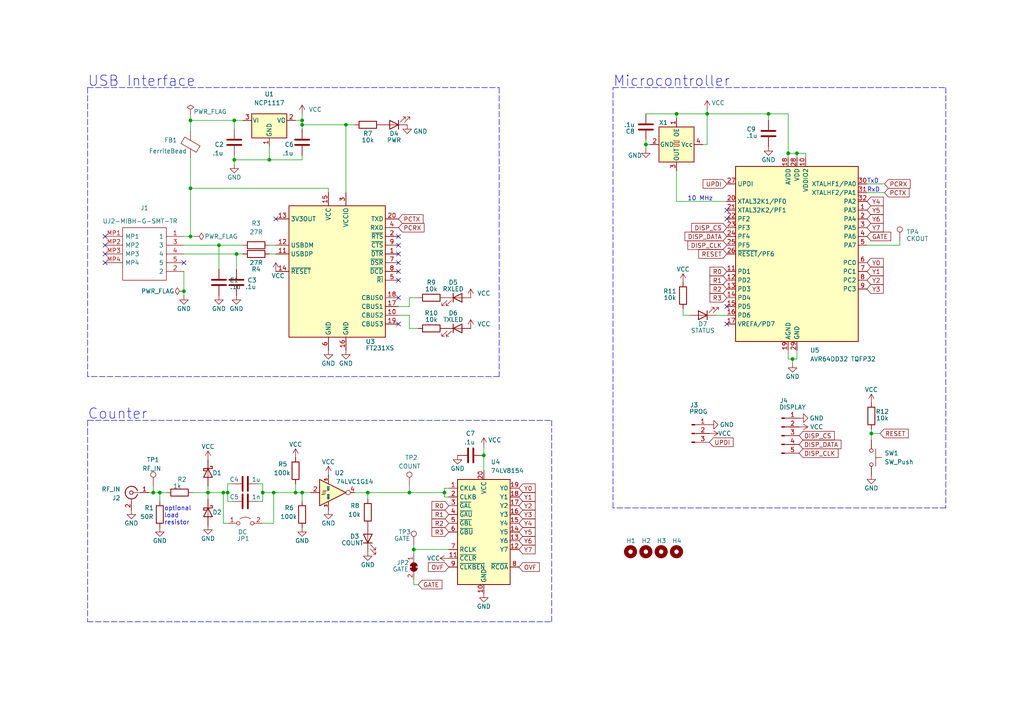
<source format=kicad_sch>
(kicad_sch (version 20211123) (generator eeschema)
  (paper "A4")
  (title_block (title "USB Counter") (date "2022-12-13") (rev "2.2") (company "Harden Technologies, LLC"))
  (lib_symbols
    (symbol "74xGxx:SN74LVC1G14DBV"
      (property "Reference" "U" (at -2.54 5.08 0))
      (property "Value" "SN74LVC1G14DBV" (at 10.16 5.08 0))
      (symbol "SN74LVC1G14DBV_0_1"
        (polyline (pts (xy -1.016 0.508) (xy -0.508 0.508)))
        (polyline (pts (xy -2.54 3.81) (xy -2.54 -3.81) (xy 5.08 0) (xy -2.54 3.81)) (stroke (width 0.254)) (fill (type background)))
        (polyline (pts (xy -1.524 -0.508) (xy -1.524 0.508) (xy -1.016 0.508) (xy -1.016 -0.508) (xy -2.032 -0.508)))
        (circle (center 5.715 0) (radius 0.635))
      )
      (symbol "SN74LVC1G14DBV_1_1"
        (pin no_connect line (at 5.08 0 180) (length 2.54) hide (name "NC") (number "1"))
        (pin input line (at -5.08 0 0) (length 2.54) (name "~") (number "2"))
        (pin power_in line (at 0 -5.08 90) (length 2.54) (name "GND") (number "3"))
        (pin output line (at 7.62 0 180) (length 1.27) (name "~") (number "4"))
        (pin power_in line (at 0 5.08 270) (length 2.54) (name "VCC") (number "5"))
      )
    )
    (symbol "74xx:74LV8154"
      (property "Reference" "U" (at -6.35 16.51 0))
      (property "Value" "74LV8154" (at 6.35 16.51 0))
      (symbol "74LV8154_0_1"
        (rectangle (start -7.62 15.24) (end 7.62 -15.24) (stroke (width 0.254)) (fill (type background)))
      )
      (symbol "74LV8154_1_1"
        (pin input line (at -10.16 12.7 0) (length 2.54) (name "CKLA") (number "1"))
        (pin power_in line (at 0 -17.78 90) (length 2.54) (name "GND") (number "10"))
        (pin input line (at -10.16 -7.62 0) (length 2.54) (name "~{CCLR}") (number "11"))
        (pin output line (at 10.16 -5.08 180) (length 2.54) (name "Y7") (number "12"))
        (pin output line (at 10.16 -2.54 180) (length 2.54) (name "Y6") (number "13"))
        (pin output line (at 10.16 0 180) (length 2.54) (name "Y5") (number "14"))
        (pin output line (at 10.16 2.54 180) (length 2.54) (name "Y4") (number "15"))
        (pin output line (at 10.16 5.08 180) (length 2.54) (name "Y3") (number "16"))
        (pin output line (at 10.16 7.62 180) (length 2.54) (name "Y2") (number "17"))
        (pin output line (at 10.16 10.16 180) (length 2.54) (name "Y1") (number "18"))
        (pin output line (at 10.16 12.7 180) (length 2.54) (name "Y0") (number "19"))
        (pin input line (at -10.16 10.16 0) (length 2.54) (name "CLKB") (number "2"))
        (pin power_in line (at 0 17.78 270) (length 2.54) (name "VCC") (number "20"))
        (pin input line (at -10.16 7.62 0) (length 2.54) (name "~{GAL}") (number "3"))
        (pin input line (at -10.16 5.08 0) (length 2.54) (name "~{GAU}") (number "4"))
        (pin input line (at -10.16 2.54 0) (length 2.54) (name "~{GBL}") (number "5"))
        (pin input line (at -10.16 0 0) (length 2.54) (name "~{GBU}") (number "6"))
        (pin input line (at -10.16 -5.08 0) (length 2.54) (name "RCLK") (number "7"))
        (pin output line (at 10.16 -10.16 180) (length 2.54) (name "~{RCOA}") (number "8"))
        (pin input line (at -10.16 -10.16 0) (length 2.54) (name "~{CLKBEN}") (number "9"))
      )
    )
    (symbol "Connector:Conn_01x03_Male" (pin_names (offset 1.016) hide)
      (property "Reference" "J" (at 0 5.08 0))
      (property "Value" "Conn_01x03_Male" (at 0 -5.08 0))
      (symbol "Conn_01x03_Male_1_1"
        (polyline (pts (xy 1.27 -2.54) (xy 0.8636 -2.54)) (stroke (width 0.1524)))
        (polyline (pts (xy 1.27 0) (xy 0.8636 0)) (stroke (width 0.1524)))
        (polyline (pts (xy 1.27 2.54) (xy 0.8636 2.54)) (stroke (width 0.1524)))
        (rectangle (start 0.8636 -2.413) (end 0 -2.667) (stroke (width 0.1524)) (fill (type outline)))
        (rectangle (start 0.8636 0.127) (end 0 -0.127) (stroke (width 0.1524)) (fill (type outline)))
        (rectangle (start 0.8636 2.667) (end 0 2.413) (stroke (width 0.1524)) (fill (type outline)))
        (pin passive line (at 5.08 2.54 180) (length 3.81) (name "Pin_1") (number "1"))
        (pin passive line (at 5.08 0 180) (length 3.81) (name "Pin_2") (number "2"))
        (pin passive line (at 5.08 -2.54 180) (length 3.81) (name "Pin_3") (number "3"))
      )
    )
    (symbol "Connector:Conn_01x05_Male" (pin_names (offset 1.016) hide)
      (property "Reference" "J" (at 0 7.62 0))
      (property "Value" "Conn_01x05_Male" (at 0 -7.62 0))
      (symbol "Conn_01x05_Male_1_1"
        (polyline (pts (xy 1.27 -5.08) (xy 0.8636 -5.08)) (stroke (width 0.1524)))
        (polyline (pts (xy 1.27 -2.54) (xy 0.8636 -2.54)) (stroke (width 0.1524)))
        (polyline (pts (xy 1.27 0) (xy 0.8636 0)) (stroke (width 0.1524)))
        (polyline (pts (xy 1.27 2.54) (xy 0.8636 2.54)) (stroke (width 0.1524)))
        (polyline (pts (xy 1.27 5.08) (xy 0.8636 5.08)) (stroke (width 0.1524)))
        (rectangle (start 0.8636 -4.953) (end 0 -5.207) (stroke (width 0.1524)) (fill (type outline)))
        (rectangle (start 0.8636 -2.413) (end 0 -2.667) (stroke (width 0.1524)) (fill (type outline)))
        (rectangle (start 0.8636 0.127) (end 0 -0.127) (stroke (width 0.1524)) (fill (type outline)))
        (rectangle (start 0.8636 2.667) (end 0 2.413) (stroke (width 0.1524)) (fill (type outline)))
        (rectangle (start 0.8636 5.207) (end 0 4.953) (stroke (width 0.1524)) (fill (type outline)))
        (pin passive line (at 5.08 5.08 180) (length 3.81) (name "Pin_1") (number "1"))
        (pin passive line (at 5.08 2.54 180) (length 3.81) (name "Pin_2") (number "2"))
        (pin passive line (at 5.08 0 180) (length 3.81) (name "Pin_3") (number "3"))
        (pin passive line (at 5.08 -2.54 180) (length 3.81) (name "Pin_4") (number "4"))
        (pin passive line (at 5.08 -5.08 180) (length 3.81) (name "Pin_5") (number "5"))
      )
    )
    (symbol "Connector:Conn_Coaxial" (pin_names (offset 1.016) hide)
      (property "Reference" "J" (at 0.254 3.048 0))
      (property "Value" "Conn_Coaxial" (at 2.921 0 90))
      (symbol "Conn_Coaxial_0_1"
        (arc (start -1.778 -0.508) (mid 0.2311 -1.8066) (end 1.778 0) (stroke (width 0.254)))
        (polyline (pts (xy -2.54 0) (xy -0.508 0)))
        (polyline (pts (xy 0 -2.54) (xy 0 -1.778)))
        (circle (center 0 0) (radius 0.508) (stroke (width 0.2032)))
        (arc (start 1.778 0) (mid 0.2099 1.8101) (end -1.778 0.508) (stroke (width 0.254)))
      )
      (symbol "Conn_Coaxial_1_1"
        (pin passive line (at -5.08 0 0) (length 2.54) (name "In") (number "1"))
        (pin passive line (at 0 -5.08 90) (length 2.54) (name "Ext") (number "2"))
      )
    )
    (symbol "Connector:TestPoint" (pin_numbers hide) (pin_names (offset 0.762) hide)
      (property "Reference" "TP" (at 0 6.858 0))
      (property "Value" "TestPoint" (at 0 5.08 0))
      (symbol "TestPoint_0_1"
        (circle (center 0 3.302) (radius 0.762))
      )
      (symbol "TestPoint_1_1"
        (pin passive line (at 0 0 90) (length 2.54) (name "1") (number "1"))
      )
    )
    (symbol "Device:C" (pin_numbers hide) (pin_names (offset 0.254))
      (property "Reference" "C" (at 0.635 2.54 0))
      (property "Value" "C" (at 0.635 -2.54 0))
      (symbol "C_0_1"
        (polyline (pts (xy -2.032 -0.762) (xy 2.032 -0.762)) (stroke (width 0.508)))
        (polyline (pts (xy -2.032 0.762) (xy 2.032 0.762)) (stroke (width 0.508)))
      )
      (symbol "C_1_1"
        (pin passive line (at 0 3.81 270) (length 2.794) (name "~") (number "1"))
        (pin passive line (at 0 -3.81 90) (length 2.794) (name "~") (number "2"))
      )
    )
    (symbol "Device:D_Schottky" (pin_numbers hide) (pin_names (offset 1.016) hide)
      (property "Reference" "D" (at 0 2.54 0))
      (property "Value" "D_Schottky" (at 0 -2.54 0))
      (symbol "D_Schottky_0_1"
        (polyline (pts (xy 1.27 0) (xy -1.27 0)))
        (polyline (pts (xy 1.27 1.27) (xy 1.27 -1.27) (xy -1.27 0) (xy 1.27 1.27)) (stroke (width 0.254)))
        (polyline (pts (xy -1.905 0.635) (xy -1.905 1.27) (xy -1.27 1.27) (xy -1.27 -1.27) (xy -0.635 -1.27) (xy -0.635 -0.635)) (stroke (width 0.254)))
      )
      (symbol "D_Schottky_1_1"
        (pin passive line (at -3.81 0 0) (length 2.54) (name "K") (number "1"))
        (pin passive line (at 3.81 0 180) (length 2.54) (name "A") (number "2"))
      )
    )
    (symbol "Device:FerriteBead" (pin_numbers hide) (pin_names (offset 0))
      (property "Reference" "FB" (at -3.81 0.635 90))
      (property "Value" "FerriteBead" (at 3.81 0 90))
      (symbol "FerriteBead_0_1"
        (polyline (pts (xy 0 -1.27) (xy 0 -1.2192)))
        (polyline (pts (xy 0 1.27) (xy 0 1.2954)))
        (polyline (pts (xy -2.7686 0.4064) (xy -1.7018 2.2606) (xy 2.7686 -0.3048) (xy 1.6764 -2.159) (xy -2.7686 0.4064)))
      )
      (symbol "FerriteBead_1_1"
        (pin passive line (at 0 3.81 270) (length 2.54) (name "~") (number "1"))
        (pin passive line (at 0 -3.81 90) (length 2.54) (name "~") (number "2"))
      )
    )
    (symbol "Device:LED" (pin_numbers hide) (pin_names (offset 1.016) hide)
      (property "Reference" "D" (at 0 2.54 0))
      (property "Value" "LED" (at 0 -2.54 0))
      (symbol "LED_0_1"
        (polyline (pts (xy -1.27 -1.27) (xy -1.27 1.27)) (stroke (width 0.254)))
        (polyline (pts (xy -1.27 0) (xy 1.27 0)))
        (polyline (pts (xy 1.27 -1.27) (xy 1.27 1.27) (xy -1.27 0) (xy 1.27 -1.27)) (stroke (width 0.254)))
        (polyline (pts (xy -3.048 -0.762) (xy -4.572 -2.286) (xy -3.81 -2.286) (xy -4.572 -2.286) (xy -4.572 -1.524)))
        (polyline (pts (xy -1.778 -0.762) (xy -3.302 -2.286) (xy -2.54 -2.286) (xy -3.302 -2.286) (xy -3.302 -1.524)))
      )
      (symbol "LED_1_1"
        (pin passive line (at -3.81 0 0) (length 2.54) (name "K") (number "1"))
        (pin passive line (at 3.81 0 180) (length 2.54) (name "A") (number "2"))
      )
    )
    (symbol "Device:R" (pin_numbers hide) (pin_names (offset 0))
      (property "Reference" "R" (at 2.032 0 90))
      (property "Value" "R" (at 0 0 90))
      (symbol "R_0_1"
        (rectangle (start -1.016 -2.54) (end 1.016 2.54) (stroke (width 0.254)))
      )
      (symbol "R_1_1"
        (pin passive line (at 0 3.81 270) (length 1.27) (name "~") (number "1"))
        (pin passive line (at 0 -3.81 90) (length 1.27) (name "~") (number "2"))
      )
    )
    (symbol "Interface_USB:FT231XS"
      (property "Reference" "U" (at -13.97 20.32 0))
      (property "Value" "FT231XS" (at 7.62 20.32 0))
      (symbol "FT231XS_0_1"
        (rectangle (start -13.97 19.05) (end 13.97 -19.05) (stroke (width 0.254)) (fill (type background)))
      )
      (symbol "FT231XS_1_1"
        (pin output line (at 17.78 5.08 180) (length 3.81) (name "~{DTR}") (number "1"))
        (pin bidirectional line (at 17.78 -12.7 180) (length 3.81) (name "CBUS2") (number "10"))
        (pin bidirectional line (at -17.78 5.08 0) (length 3.81) (name "USBDP") (number "11"))
        (pin bidirectional line (at -17.78 7.62 0) (length 3.81) (name "USBDM") (number "12"))
        (pin power_out line (at -17.78 15.24 0) (length 3.81) (name "3V3OUT") (number "13"))
        (pin input line (at -17.78 0 0) (length 3.81) (name "~{RESET}") (number "14"))
        (pin power_in line (at -2.54 22.86 270) (length 3.81) (name "VCC") (number "15"))
        (pin power_in line (at 2.54 -22.86 90) (length 3.81) (name "GND") (number "16"))
        (pin bidirectional line (at 17.78 -10.16 180) (length 3.81) (name "CBUS1") (number "17"))
        (pin bidirectional line (at 17.78 -7.62 180) (length 3.81) (name "CBUS0") (number "18"))
        (pin bidirectional line (at 17.78 -15.24 180) (length 3.81) (name "CBUS3") (number "19"))
        (pin output line (at 17.78 10.16 180) (length 3.81) (name "~{RTS}") (number "2"))
        (pin output line (at 17.78 15.24 180) (length 3.81) (name "TXD") (number "20"))
        (pin power_in line (at 2.54 22.86 270) (length 3.81) (name "VCCIO") (number "3"))
        (pin input line (at 17.78 12.7 180) (length 3.81) (name "RXD") (number "4"))
        (pin input line (at 17.78 -2.54 180) (length 3.81) (name "~{RI}") (number "5"))
        (pin power_in line (at -2.54 -22.86 90) (length 3.81) (name "GND") (number "6"))
        (pin input line (at 17.78 2.54 180) (length 3.81) (name "~{DSR}") (number "7"))
        (pin input line (at 17.78 0 180) (length 3.81) (name "~{DCD}") (number "8"))
        (pin input line (at 17.78 7.62 180) (length 3.81) (name "~{CTS}") (number "9"))
      )
    )
    (symbol "Jumper:Jumper_2_Open" (pin_names (offset 0) hide)
      (property "Reference" "JP" (at 0 2.794 0))
      (property "Value" "Jumper_2_Open" (at 0 -2.286 0))
      (symbol "Jumper_2_Open_0_0"
        (circle (center -2.032 0) (radius 0.508))
        (circle (center 2.032 0) (radius 0.508))
      )
      (symbol "Jumper_2_Open_0_1"
        (arc (start 1.524 1.27) (mid 0 1.778) (end -1.524 1.27))
      )
      (symbol "Jumper_2_Open_1_1"
        (pin passive line (at -5.08 0 0) (length 2.54) (name "A") (number "1"))
        (pin passive line (at 5.08 0 180) (length 2.54) (name "B") (number "2"))
      )
    )
    (symbol "Jumper:SolderJumper_2_Bridged" (pin_names (offset 0) hide)
      (property "Reference" "JP" (at 0 2.032 0))
      (property "Value" "SolderJumper_2_Bridged" (at 0 -2.54 0))
      (symbol "SolderJumper_2_Bridged_0_1"
        (rectangle (start -0.508 0.508) (end 0.508 -0.508) (fill (type outline)))
        (arc (start -0.254 1.016) (mid -1.27 0) (end -0.254 -1.016))
        (arc (start -0.254 1.016) (mid -1.27 0) (end -0.254 -1.016) (fill (type outline)))
        (polyline (pts (xy -0.254 1.016) (xy -0.254 -1.016)))
        (polyline (pts (xy 0.254 1.016) (xy 0.254 -1.016)))
        (arc (start 0.254 -1.016) (mid 1.27 0) (end 0.254 1.016))
        (arc (start 0.254 -1.016) (mid 1.27 0) (end 0.254 1.016) (fill (type outline)))
      )
      (symbol "SolderJumper_2_Bridged_1_1"
        (pin passive line (at -3.81 0 0) (length 2.54) (name "A") (number "1"))
        (pin passive line (at 3.81 0 180) (length 2.54) (name "B") (number "2"))
      )
    )
    (symbol "Library Loader:UJ2-MIBH-G-SMT-TR" (pin_names (offset 0.762))
      (property "Reference" "J" (at 19.05 7.62 0))
      (property "Value" "UJ2-MIBH-G-SMT-TR" (at 19.05 5.08 0))
      (symbol "UJ2-MIBH-G-SMT-TR_0_0"
        (pin passive line (at 22.86 0 180) (length 5.08) (name "1") (number "1"))
        (pin passive line (at 22.86 -10.16 180) (length 5.08) (name "2") (number "2"))
        (pin passive line (at 22.86 -2.54 180) (length 5.08) (name "3") (number "3"))
        (pin passive line (at 22.86 -5.08 180) (length 5.08) (name "4") (number "4"))
        (pin passive line (at 22.86 -7.62 180) (length 5.08) (name "5") (number "5"))
        (pin passive line (at 0 0 0) (length 5.08) (name "MP1") (number "MP1"))
        (pin passive line (at 0 -2.54 0) (length 5.08) (name "MP2") (number "MP2"))
        (pin passive line (at 0 -5.08 0) (length 5.08) (name "MP3") (number "MP3"))
        (pin passive line (at 0 -7.62 0) (length 5.08) (name "MP4") (number "MP4"))
      )
      (symbol "UJ2-MIBH-G-SMT-TR_0_1"
        (polyline (pts (xy 5.08 2.54) (xy 17.78 2.54) (xy 17.78 -12.7) (xy 5.08 -12.7) (xy 5.08 2.54)) (stroke (width 0.1524)))
      )
    )
    (symbol "MCU_Microchip_AVR_Dx:AVR64DB32x-xPT"
      (property "Reference" "U" (at -17.78 26.67 0))
      (property "Value" "AVR64DB32x-xPT" (at 2.54 -26.67 0))
      (symbol "AVR64DB32x-xPT_0_1"
        (rectangle (start -17.78 25.4) (end 17.78 -25.4) (stroke (width 0.254)) (fill (type background)))
      )
      (symbol "AVR64DB32x-xPT_1_1"
        (pin bidirectional line (at 20.32 12.7 180) (length 2.54) (name "PA3") (number "1"))
        (pin power_in line (at 2.54 27.94 270) (length 2.54) (name "VDDIO2") (number "10"))
        (pin bidirectional line (at -20.32 -5.08 0) (length 2.54) (name "PD1") (number "11"))
        (pin bidirectional line (at -20.32 -7.62 0) (length 2.54) (name "PD2") (number "12"))
        (pin bidirectional line (at -20.32 -10.16 0) (length 2.54) (name "PD3") (number "13"))
        (pin bidirectional line (at -20.32 -12.7 0) (length 2.54) (name "PD4") (number "14"))
        (pin bidirectional line (at -20.32 -15.24 0) (length 2.54) (name "PD5") (number "15"))
        (pin bidirectional line (at -20.32 -17.78 0) (length 2.54) (name "PD6") (number "16"))
        (pin bidirectional line (at -20.32 -20.32 0) (length 2.54) (name "VREFA/PD7") (number "17"))
        (pin power_in line (at -2.54 27.94 270) (length 2.54) (name "AVDD") (number "18"))
        (pin power_in line (at -2.54 -27.94 90) (length 2.54) (name "AGND") (number "19"))
        (pin bidirectional line (at 20.32 10.16 180) (length 2.54) (name "PA4") (number "2"))
        (pin bidirectional line (at -20.32 15.24 0) (length 2.54) (name "XTAL32K1/PF0") (number "20"))
        (pin bidirectional line (at -20.32 12.7 0) (length 2.54) (name "XTAL32K2/PF1") (number "21"))
        (pin bidirectional line (at -20.32 10.16 0) (length 2.54) (name "PF2") (number "22"))
        (pin bidirectional line (at -20.32 7.62 0) (length 2.54) (name "PF3") (number "23"))
        (pin bidirectional line (at -20.32 5.08 0) (length 2.54) (name "PF4") (number "24"))
        (pin bidirectional line (at -20.32 2.54 0) (length 2.54) (name "PF5") (number "25"))
        (pin bidirectional line (at -20.32 0 0) (length 2.54) (name "~{RESET}/PF6") (number "26"))
        (pin input line (at -20.32 20.32 0) (length 2.54) (name "UPDI") (number "27"))
        (pin power_in line (at 0 27.94 270) (length 2.54) (name "VDD") (number "28"))
        (pin power_in line (at 0 -27.94 90) (length 2.54) (name "GND") (number "29"))
        (pin bidirectional line (at 20.32 7.62 180) (length 2.54) (name "PA5") (number "3"))
        (pin bidirectional line (at 20.32 20.32 180) (length 2.54) (name "XTALHF1/PA0") (number "30"))
        (pin bidirectional line (at 20.32 17.78 180) (length 2.54) (name "XTALHF2/PA1") (number "31"))
        (pin bidirectional line (at 20.32 15.24 180) (length 2.54) (name "PA2") (number "32"))
        (pin bidirectional line (at 20.32 5.08 180) (length 2.54) (name "PA6") (number "4"))
        (pin bidirectional line (at 20.32 2.54 180) (length 2.54) (name "PA7") (number "5"))
        (pin bidirectional line (at 20.32 -2.54 180) (length 2.54) (name "PC0") (number "6"))
        (pin bidirectional line (at 20.32 -5.08 180) (length 2.54) (name "PC1") (number "7"))
        (pin bidirectional line (at 20.32 -7.62 180) (length 2.54) (name "PC2") (number "8"))
        (pin bidirectional line (at 20.32 -10.16 180) (length 2.54) (name "PC3") (number "9"))
      )
    )
    (symbol "Mechanical:MountingHole" (pin_names (offset 1.016))
      (property "Reference" "H" (at 0 5.08 0))
      (property "Value" "MountingHole" (at 0 3.175 0))
      (symbol "MountingHole_0_1"
        (circle (center 0 0) (radius 1.27) (stroke (width 1.27)))
      )
    )
    (symbol "Oscillator:SG-8002CE" (pin_names (offset 0.254))
      (property "Reference" "X" (at -5.08 6.35 0))
      (property "Value" "SG-8002CE" (at 1.27 -6.35 0))
      (symbol "SG-8002CE_0_1"
        (rectangle (start -5.08 5.08) (end 5.08 -5.08) (stroke (width 0.254)) (fill (type background)))
        (polyline (pts (xy -1.27 -0.762) (xy -1.016 -0.762) (xy -1.016 0.762) (xy -0.508 0.762) (xy -0.508 -0.762) (xy 0 -0.762) (xy 0 0.762) (xy 0.508 0.762) (xy 0.508 -0.762) (xy 0.762 -0.762)))
      )
      (symbol "SG-8002CE_1_1"
        (pin input line (at -7.62 0 0) (length 2.54) (name "OE") (number "1"))
        (pin power_in line (at 0 -7.62 90) (length 2.54) (name "GND") (number "2"))
        (pin output line (at 7.62 0 180) (length 2.54) (name "OUT") (number "3"))
        (pin power_in line (at 0 7.62 270) (length 2.54) (name "Vcc") (number "4"))
      )
    )
    (symbol "Regulator_Linear:NCP1117-3.3_SOT223" (pin_names (offset 0.254))
      (property "Reference" "U" (at -3.81 3.175 0))
      (property "Value" "NCP1117-3.3_SOT223" (at 0 3.175 0))
      (symbol "NCP1117-3.3_SOT223_0_1"
        (rectangle (start -5.08 -5.08) (end 5.08 1.905) (stroke (width 0.254)) (fill (type background)))
      )
      (symbol "NCP1117-3.3_SOT223_1_1"
        (pin power_in line (at 0 -7.62 90) (length 2.54) (name "GND") (number "1"))
        (pin power_out line (at 7.62 0 180) (length 2.54) (name "VO") (number "2"))
        (pin power_in line (at -7.62 0 0) (length 2.54) (name "VI") (number "3"))
      )
    )
    (symbol "Switch:SW_Push" (pin_numbers hide) (pin_names (offset 1.016) hide)
      (property "Reference" "SW" (at 1.27 2.54 0))
      (property "Value" "SW_Push" (at 0 -1.524 0))
      (symbol "SW_Push_0_1"
        (circle (center -2.032 0) (radius 0.508))
        (polyline (pts (xy 0 1.27) (xy 0 3.048)))
        (polyline (pts (xy 2.54 1.27) (xy -2.54 1.27)))
        (circle (center 2.032 0) (radius 0.508))
        (pin passive line (at -5.08 0 0) (length 2.54) (name "1") (number "1"))
        (pin passive line (at 5.08 0 180) (length 2.54) (name "2") (number "2"))
      )
    )
    (symbol "power:GND" (power) (pin_names (offset 0))
      (property "Value" "GND" (at 0 -3.81 0))
      (symbol "GND_0_1"
        (polyline (pts (xy 0 0) (xy 0 -1.27) (xy 1.27 -1.27) (xy 0 -2.54) (xy -1.27 -1.27) (xy 0 -1.27)))
      )
      (symbol "GND_1_1"
        (pin power_in line (at 0 0 270) (length 0) hide (name "GND") (number "1"))
      )
    )
    (symbol "power:PWR_FLAG" (power) (pin_numbers hide) (pin_names (offset 0) hide)
      (property "Value" "PWR_FLAG" (at 0 3.81 0))
      (symbol "PWR_FLAG_0_0"
        (pin power_out line (at 0 0 90) (length 0) (name "pwr") (number "1"))
      )
      (symbol "PWR_FLAG_0_1"
        (polyline (pts (xy 0 0) (xy 0 1.27) (xy -1.016 1.905) (xy 0 2.54) (xy 1.016 1.905) (xy 0 1.27)))
      )
    )
    (symbol "power:VCC" (power) (pin_names (offset 0))
      (property "Value" "VCC" (at 0 3.81 0))
      (symbol "VCC_0_1"
        (polyline (pts (xy -0.762 1.27) (xy 0 2.54)))
        (polyline (pts (xy 0 0) (xy 0 2.54)))
        (polyline (pts (xy 0 2.54) (xy 0.762 1.27)))
      )
      (symbol "VCC_1_1"
        (pin power_in line (at 0 0 90) (length 0) hide (name "VCC") (number "1"))
      )
    )
  )
  (junction (at 64.77 142.875))
  (junction (at 118.745 142.875))
  (junction (at 231.14 44.45))
  (junction (at 120.015 159.385))
  (junction (at 63.5 71.12))
  (junction (at 85.725 142.875))
  (junction (at 87.63 36.195))
  (junction (at 60.325 142.875))
  (junction (at 79.375 142.875))
  (junction (at 68.58 73.66))
  (junction (at 55.245 68.58))
  (junction (at 87.63 34.925))
  (junction (at 100.33 36.195))
  (junction (at 76.2 142.875))
  (junction (at 66.04 142.875))
  (junction (at 228.6 44.45))
  (junction (at 87.63 142.875))
  (junction (at 187.325 41.91))
  (junction (at 140.335 132.08))
  (junction (at 53.34 84.455))
  (junction (at 196.215 33.02))
  (junction (at 205.105 33.02))
  (junction (at 252.73 125.73))
  (junction (at 128.905 142.875))
  (junction (at 55.245 34.925))
  (junction (at 67.945 46.355))
  (junction (at 46.355 142.875))
  (junction (at 44.45 142.875))
  (junction (at 78.105 46.355))
  (junction (at 222.885 33.02))
  (junction (at 229.87 104.14))
  (junction (at 55.245 54.61))
  (junction (at 67.945 34.925))
  (junction (at 106.68 142.875))
  (no_connect (at 30.48 76.2))
  (no_connect (at 115.57 78.74))
  (no_connect (at 30.48 73.66))
  (no_connect (at 210.82 93.98))
  (no_connect (at 115.57 76.2))
  (no_connect (at 210.82 63.5))
  (no_connect (at 115.57 73.66))
  (no_connect (at 80.01 63.5))
  (no_connect (at 115.57 93.98))
  (no_connect (at 30.48 68.58))
  (no_connect (at 210.82 60.96))
  (no_connect (at 115.57 86.36))
  (no_connect (at 115.57 68.58))
  (no_connect (at 53.34 76.2))
  (no_connect (at 115.57 81.28))
  (no_connect (at 210.82 88.9))
  (no_connect (at 30.48 71.12))
  (no_connect (at 115.57 71.12))
  (polyline (pts (xy 208.28 25.4) (xy 274.32 25.4)))
  (wire (pts (xy 118.745 142.875) (xy 128.905 142.875)))
  (wire (pts (xy 68.58 73.66) (xy 70.485 73.66)))
  (wire (pts (xy 43.18 142.875) (xy 44.45 142.875)))
  (wire (pts (xy 252.73 125.73) (xy 255.27 125.73)))
  (wire (pts (xy 140.335 129.54) (xy 140.335 132.08)))
  (wire (pts (xy 55.245 68.58) (xy 56.515 68.58)))
  (wire (pts (xy 118.745 140.97) (xy 118.745 142.875)))
  (wire (pts (xy 128.905 142.875) (xy 128.905 144.145)))
  (wire (pts (xy 78.105 46.355) (xy 87.63 46.355)))
  (wire (pts (xy 231.14 44.45) (xy 231.14 45.72)))
  (wire (pts (xy 76.2 142.875) (xy 76.2 145.415)))
  (wire (pts (xy 66.04 145.415) (xy 66.04 142.875)))
  (wire (pts (xy 120.015 158.115) (xy 120.015 159.385)))
  (wire (pts (xy 67.945 46.355) (xy 67.945 47.625)))
  (wire (pts (xy 229.87 104.14) (xy 229.87 105.41)))
  (wire (pts (xy 85.725 142.875) (xy 87.63 142.875)))
  (wire (pts (xy 228.6 101.6) (xy 228.6 104.14)))
  (wire (pts (xy 118.745 91.44) (xy 118.745 95.25)))
  (wire (pts (xy 63.5 78.105) (xy 63.5 71.12)))
  (wire (pts (xy 66.04 142.875) (xy 66.04 140.335)))
  (wire (pts (xy 120.015 159.385) (xy 130.175 159.385)))
  (wire (pts (xy 128.905 144.145) (xy 130.175 144.145)))
  (wire (pts (xy 228.6 44.45) (xy 231.14 44.45)))
  (wire (pts (xy 87.63 36.195) (xy 87.63 34.925)))
  (wire (pts (xy 228.6 33.02) (xy 228.6 44.45)))
  (wire (pts (xy 100.33 36.195) (xy 87.63 36.195)))
  (wire (pts (xy 222.885 33.02) (xy 222.885 34.925)))
  (wire (pts (xy 205.105 33.02) (xy 205.105 41.91)))
  (wire (pts (xy 120.015 168.275) (xy 120.015 169.545)))
  (wire (pts (xy 130.175 141.605) (xy 128.905 141.605)))
  (wire (pts (xy 187.325 41.91) (xy 187.325 43.18)))
  (polyline (pts (xy 25.4 121.92) (xy 25.4 124.46)))
  (wire (pts (xy 46.355 142.875) (xy 46.355 145.415)))
  (wire (pts (xy 251.46 55.88) (xy 256.54 55.88)))
  (wire (pts (xy 76.2 151.765) (xy 79.375 151.765)))
  (wire (pts (xy 207.645 91.44) (xy 210.82 91.44)))
  (wire (pts (xy 196.215 49.53) (xy 196.215 58.42)))
  (wire (pts (xy 67.945 34.925) (xy 70.485 34.925)))
  (wire (pts (xy 76.2 140.335) (xy 76.2 142.875)))
  (wire (pts (xy 87.63 142.875) (xy 90.17 142.875)))
  (wire (pts (xy 106.68 142.875) (xy 118.745 142.875)))
  (wire (pts (xy 68.58 73.66) (xy 68.58 78.105)))
  (wire (pts (xy 87.63 33.02) (xy 87.63 34.925)))
  (polyline (pts (xy 274.32 147.32) (xy 177.8 147.32)))
  (wire (pts (xy 229.87 104.14) (xy 231.14 104.14)))
  (wire (pts (xy 198.12 91.44) (xy 200.025 91.44)))
  (wire (pts (xy 120.015 169.545) (xy 121.285 169.545)))
  (wire (pts (xy 231.14 44.45) (xy 233.68 44.45)))
  (wire (pts (xy 205.105 33.02) (xy 196.215 33.02)))
  (wire (pts (xy 46.355 142.875) (xy 48.26 142.875)))
  (polyline (pts (xy 144.78 25.4) (xy 144.78 109.22)))
  (polyline (pts (xy 144.78 25.4) (xy 144.78 25.4)))
  (wire (pts (xy 187.325 40.64) (xy 187.325 41.91)))
  (wire (pts (xy 64.77 142.875) (xy 66.04 142.875)))
  (wire (pts (xy 87.63 46.355) (xy 87.63 45.085)))
  (wire (pts (xy 102.87 142.875) (xy 106.68 142.875)))
  (wire (pts (xy 66.04 140.335) (xy 67.31 140.335)))
  (wire (pts (xy 78.105 42.545) (xy 78.105 46.355)))
  (wire (pts (xy 233.68 44.45) (xy 233.68 45.72)))
  (polyline (pts (xy 25.4 121.92) (xy 160.02 121.92)))
  (wire (pts (xy 64.77 142.875) (xy 64.77 151.765)))
  (wire (pts (xy 55.245 34.925) (xy 67.945 34.925)))
  (wire (pts (xy 87.63 34.925) (xy 85.725 34.925)))
  (wire (pts (xy 67.945 45.085) (xy 67.945 46.355)))
  (polyline (pts (xy 177.8 147.32) (xy 177.8 25.4)))
  (wire (pts (xy 251.46 53.34) (xy 256.54 53.34)))
  (wire (pts (xy 100.33 36.195) (xy 100.33 55.88)))
  (wire (pts (xy 76.2 142.875) (xy 79.375 142.875)))
  (wire (pts (xy 60.325 140.97) (xy 60.325 142.875)))
  (wire (pts (xy 260.985 69.85) (xy 260.985 71.12)))
  (wire (pts (xy 67.31 145.415) (xy 66.04 145.415)))
  (wire (pts (xy 222.885 33.02) (xy 228.6 33.02)))
  (wire (pts (xy 196.215 58.42) (xy 210.82 58.42)))
  (wire (pts (xy 85.725 140.335) (xy 85.725 142.875)))
  (polyline (pts (xy 25.4 25.4) (xy 144.78 25.4)))
  (wire (pts (xy 55.245 45.72) (xy 55.245 54.61)))
  (polyline (pts (xy 25.4 124.46) (xy 25.4 180.34)))
  (wire (pts (xy 53.34 73.66) (xy 68.58 73.66)))
  (wire (pts (xy 252.73 125.73) (xy 252.73 127.635)))
  (wire (pts (xy 260.985 71.12) (xy 251.46 71.12)))
  (polyline (pts (xy 144.78 25.4) (xy 144.78 25.4)))
  (wire (pts (xy 196.215 34.29) (xy 196.215 33.02)))
  (wire (pts (xy 53.34 84.455) (xy 53.34 85.725)))
  (wire (pts (xy 121.285 86.36) (xy 118.745 86.36)))
  (wire (pts (xy 120.015 159.385) (xy 120.015 160.655)))
  (polyline (pts (xy 160.02 180.34) (xy 160.02 124.46)))
  (wire (pts (xy 55.245 54.61) (xy 95.25 54.61)))
  (wire (pts (xy 187.325 33.02) (xy 196.215 33.02)))
  (wire (pts (xy 53.34 68.58) (xy 55.245 68.58)))
  (polyline (pts (xy 274.32 25.4) (xy 274.32 147.32)))
  (wire (pts (xy 106.68 142.875) (xy 106.68 144.78)))
  (wire (pts (xy 95.25 54.61) (xy 95.25 55.88)))
  (wire (pts (xy 55.245 33.02) (xy 55.245 34.925)))
  (wire (pts (xy 60.325 142.875) (xy 60.325 144.78)))
  (polyline (pts (xy 25.4 180.34) (xy 160.02 180.34)))
  (wire (pts (xy 55.88 142.875) (xy 60.325 142.875)))
  (wire (pts (xy 63.5 71.12) (xy 70.485 71.12)))
  (wire (pts (xy 76.2 145.415) (xy 74.93 145.415)))
  (wire (pts (xy 140.335 132.08) (xy 140.335 136.525)))
  (wire (pts (xy 53.34 71.12) (xy 63.5 71.12)))
  (wire (pts (xy 115.57 91.44) (xy 118.745 91.44)))
  (wire (pts (xy 87.63 37.465) (xy 87.63 36.195)))
  (wire (pts (xy 79.375 151.765) (xy 79.375 142.875)))
  (wire (pts (xy 118.745 95.25) (xy 121.285 95.25)))
  (wire (pts (xy 228.6 104.14) (xy 229.87 104.14)))
  (wire (pts (xy 100.33 36.195) (xy 102.87 36.195)))
  (wire (pts (xy 78.105 71.12) (xy 80.01 71.12)))
  (wire (pts (xy 53.34 78.74) (xy 53.34 84.455)))
  (polyline (pts (xy 25.4 25.4) (xy 25.4 25.4)))
  (wire (pts (xy 67.945 34.925) (xy 67.945 37.465)))
  (wire (pts (xy 198.12 89.535) (xy 198.12 91.44)))
  (wire (pts (xy 78.105 73.66) (xy 80.01 73.66)))
  (wire (pts (xy 67.945 46.355) (xy 78.105 46.355)))
  (wire (pts (xy 118.745 86.36) (xy 118.745 88.9)))
  (polyline (pts (xy 25.4 25.4) (xy 25.4 109.22)))
  (wire (pts (xy 187.325 41.91) (xy 188.595 41.91)))
  (polyline (pts (xy 177.8 25.4) (xy 208.28 25.4)))
  (wire (pts (xy 79.375 142.875) (xy 85.725 142.875)))
  (wire (pts (xy 44.45 142.875) (xy 46.355 142.875)))
  (wire (pts (xy 203.835 41.91) (xy 205.105 41.91)))
  (wire (pts (xy 55.245 54.61) (xy 55.245 68.58)))
  (wire (pts (xy 205.105 33.02) (xy 222.885 33.02)))
  (wire (pts (xy 64.77 151.765) (xy 66.04 151.765)))
  (wire (pts (xy 44.45 140.97) (xy 44.45 142.875)))
  (wire (pts (xy 252.73 124.46) (xy 252.73 125.73)))
  (wire (pts (xy 205.105 31.75) (xy 205.105 33.02)))
  (polyline (pts (xy 160.02 121.92) (xy 160.02 124.46)))
  (wire (pts (xy 87.63 142.875) (xy 87.63 145.415)))
  (wire (pts (xy 60.325 142.875) (xy 64.77 142.875)))
  (wire (pts (xy 128.905 141.605) (xy 128.905 142.875)))
  (wire (pts (xy 231.14 104.14) (xy 231.14 101.6)))
  (wire (pts (xy 118.745 88.9) (xy 115.57 88.9)))
  (polyline (pts (xy 144.78 109.22) (xy 25.4 109.22)))
  (wire (pts (xy 74.93 140.335) (xy 76.2 140.335)))
  (wire (pts (xy 228.6 45.72) (xy 228.6 44.45)))
  (wire (pts (xy 55.245 38.1) (xy 55.245 34.925)))
  (text "USB Interface" (at 25.4 25.4 0) (effects (font (size 3 3)) (justify left bottom)))
  (text "TxD" (at 251.46 53.34 0) (effects (font (size 1.27 1.27)) (justify left bottom)))
  (text "10 MHz" (at 199.39 58.42 0) (effects (font (size 1.27 1.27)) (justify left bottom)))
  (text "Microcontroller" (at 177.8 25.4 0) (effects (font (size 3 3)) (justify left bottom)))
  (text "RxD" (at 251.46 55.88 0) (effects (font (size 1.27 1.27)) (justify left bottom)))
  (text "Counter" (at 25.4 121.92 0) (effects (font (size 3 3)) (justify left bottom)))
  (text "optional\nload\nresistor" (at 47.625 152.4 0) (effects (font (size 1.27 1.27)) (justify left bottom)))
  (global_label "Y0" (shape input) (at 150.495 141.605 0) (property "Intersheet References" "${INTERSHEET_REFS}" (effects hide)))
  (global_label "DISP_DATA" (shape input) (at 210.82 68.58 180) (property "Intersheet References" "${INTERSHEET_REFS}" (effects hide)))
  (global_label "R2" (shape input) (at 130.175 151.765 180) (property "Intersheet References" "${INTERSHEET_REFS}" (effects hide)))
  (global_label "GATE" (shape input) (at 251.46 68.58 0) (property "Intersheet References" "${INTERSHEET_REFS}" (effects hide)))
  (global_label "R0" (shape input) (at 130.175 146.685 180) (property "Intersheet References" "${INTERSHEET_REFS}" (effects hide)))
  (global_label "GATE" (shape input) (at 121.285 169.545 0) (property "Intersheet References" "${INTERSHEET_REFS}" (effects hide)))
  (global_label "R2" (shape input) (at 210.82 83.82 180) (property "Intersheet References" "${INTERSHEET_REFS}" (effects hide)))
  (global_label "R1" (shape input) (at 130.175 149.225 180) (property "Intersheet References" "${INTERSHEET_REFS}" (effects hide)))
  (global_label "UPDI" (shape input) (at 205.74 128.27 0) (property "Intersheet References" "${INTERSHEET_REFS}" (effects hide)))
  (global_label "DISP_CLK" (shape input) (at 231.775 131.445 0) (property "Intersheet References" "${INTERSHEET_REFS}" (effects hide)))
  (global_label "Y3" (shape input) (at 251.46 83.82 0) (property "Intersheet References" "${INTERSHEET_REFS}" (effects hide)))
  (global_label "Y6" (shape input) (at 150.495 156.845 0) (property "Intersheet References" "${INTERSHEET_REFS}" (effects hide)))
  (global_label "Y1" (shape input) (at 150.495 144.145 0) (property "Intersheet References" "${INTERSHEET_REFS}" (effects hide)))
  (global_label "Y5" (shape input) (at 150.495 154.305 0) (property "Intersheet References" "${INTERSHEET_REFS}" (effects hide)))
  (global_label "UPDI" (shape input) (at 210.82 53.34 180) (property "Intersheet References" "${INTERSHEET_REFS}" (effects hide)))
  (global_label "R3" (shape input) (at 130.175 154.305 180) (property "Intersheet References" "${INTERSHEET_REFS}" (effects hide)))
  (global_label "OVF" (shape input) (at 130.175 164.465 180) (property "Intersheet References" "${INTERSHEET_REFS}" (effects hide)))
  (global_label "PCRX" (shape input) (at 115.57 66.04 0) (property "Intersheet References" "${INTERSHEET_REFS}" (effects hide)))
  (global_label "Y6" (shape input) (at 251.46 63.5 0) (property "Intersheet References" "${INTERSHEET_REFS}" (effects hide)))
  (global_label "PCRX" (shape input) (at 256.54 53.34 0) (property "Intersheet References" "${INTERSHEET_REFS}" (effects hide)))
  (global_label "DISP_CLK" (shape input) (at 210.82 71.12 180) (property "Intersheet References" "${INTERSHEET_REFS}" (effects hide)))
  (global_label "Y0" (shape input) (at 251.46 76.2 0) (property "Intersheet References" "${INTERSHEET_REFS}" (effects hide)))
  (global_label "OVF" (shape input) (at 150.495 164.465 0) (property "Intersheet References" "${INTERSHEET_REFS}" (effects hide)))
  (global_label "RESET" (shape input) (at 255.27 125.73 0) (property "Intersheet References" "${INTERSHEET_REFS}" (effects hide)))
  (global_label "Y2" (shape input) (at 150.495 146.685 0) (property "Intersheet References" "${INTERSHEET_REFS}" (effects hide)))
  (global_label "PCTX" (shape input) (at 256.54 55.88 0) (property "Intersheet References" "${INTERSHEET_REFS}" (effects hide)))
  (global_label "RESET" (shape input) (at 210.82 73.66 180) (property "Intersheet References" "${INTERSHEET_REFS}" (effects hide)))
  (global_label "DISP_CS" (shape input) (at 210.82 66.04 180) (property "Intersheet References" "${INTERSHEET_REFS}" (effects hide)))
  (global_label "Y2" (shape input) (at 251.46 81.28 0) (property "Intersheet References" "${INTERSHEET_REFS}" (effects hide)))
  (global_label "Y7" (shape input) (at 251.46 66.04 0) (property "Intersheet References" "${INTERSHEET_REFS}" (effects hide)))
  (global_label "R0" (shape input) (at 210.82 78.74 180) (property "Intersheet References" "${INTERSHEET_REFS}" (effects hide)))
  (global_label "DISP_CS" (shape input) (at 231.775 126.365 0) (property "Intersheet References" "${INTERSHEET_REFS}" (effects hide)))
  (global_label "Y4" (shape input) (at 251.46 58.42 0) (property "Intersheet References" "${INTERSHEET_REFS}" (effects hide)))
  (global_label "Y1" (shape input) (at 251.46 78.74 0) (property "Intersheet References" "${INTERSHEET_REFS}" (effects hide)))
  (global_label "Y7" (shape input) (at 150.495 159.385 0) (property "Intersheet References" "${INTERSHEET_REFS}" (effects hide)))
  (global_label "Y5" (shape input) (at 251.46 60.96 0) (property "Intersheet References" "${INTERSHEET_REFS}" (effects hide)))
  (global_label "Y4" (shape input) (at 150.495 151.765 0) (property "Intersheet References" "${INTERSHEET_REFS}" (effects hide)))
  (global_label "Y3" (shape input) (at 150.495 149.225 0) (property "Intersheet References" "${INTERSHEET_REFS}" (effects hide)))
  (global_label "R3" (shape input) (at 210.82 86.36 180) (property "Intersheet References" "${INTERSHEET_REFS}" (effects hide)))
  (global_label "PCTX" (shape input) (at 115.57 63.5 0) (property "Intersheet References" "${INTERSHEET_REFS}" (effects hide)))
  (global_label "R1" (shape input) (at 210.82 81.28 180) (property "Intersheet References" "${INTERSHEET_REFS}" (effects hide)))
  (global_label "DISP_DATA" (shape input) (at 231.775 128.905 0) (property "Intersheet References" "${INTERSHEET_REFS}" (effects hide)))
  (symbol (lib_id "Jumper:Jumper_2_Open") (at 71.12 151.765 0) (unit 1)
    (property "Reference" "JP1" (at 72.39 156.21 0) (effects (justify right)))
    (property "Value" "DC" (at 71.755 154.305 0) (effects (justify right)))
    (property "Footprint" "Jumper:SolderJumper-2_P1.3mm_Open_RoundedPad1.0x1.5mm" (effects hide))
  )
  (symbol (lib_id "power:GND") (at 187.325 43.18 0) (unit 1)
    (property "Reference" "#PWR025" (effects hide))
    (property "Value" "GND" (at 184.15 45.085 0))
  )
  (symbol (lib_id "Device:R") (at 46.355 149.225 180) (unit 1)
    (property "Reference" "R1" (at 41.91 147.32 0) (effects (justify right)))
    (property "Value" "50R" (at 40.64 149.86 0) (effects (justify right)))
    (property "Footprint" "Resistor_THT:R_Axial_DIN0207_L6.3mm_D2.5mm_P7.62mm_Horizontal" (effects hide))
  )
  (symbol (lib_id "power:VCC") (at 136.525 95.25 0) (unit 1)
    (property "Reference" "#PWR022" (effects hide))
    (property "Value" "VCC" (at 140.335 93.98 0))
  )
  (symbol (lib_id "Connector:TestPoint") (at 118.745 140.97 0) (unit 1)
    (property "Reference" "TP2" (at 117.475 132.715 0) (effects (justify left)))
    (property "Value" "COUNT" (at 115.57 135.255 0) (effects (justify left)))
    (property "Footprint" "TestPoint:TestPoint_Pad_D2.0mm" (effects hide))
  )
  (symbol (lib_id "Connector:TestPoint") (at 44.45 140.97 0) (unit 1)
    (property "Reference" "TP1" (at 42.545 133.35 0) (effects (justify left)))
    (property "Value" "RF_IN" (at 41.275 135.89 0) (effects (justify left)))
    (property "Footprint" "TestPoint:TestPoint_Pad_D2.0mm" (effects hide))
  )
  (symbol (lib_id "Device:C") (at 136.525 132.08 90) (unit 1)
    (property "Reference" "C7" (at 137.795 125.73 90) (effects (justify left)))
    (property "Value" ".1u" (at 137.795 128.27 90) (effects (justify left)))
    (property "Footprint" "Capacitor_SMD:C_0805_2012Metric_Pad1.18x1.45mm_HandSolder" (effects hide))
  )
  (symbol (lib_id "Interface_USB:FT231XS") (at 97.79 78.74 0) (unit 1)
    (property "Reference" "U3" (at 106.045 99.06 0) (effects (justify left)))
    (property "Value" "FT231XS" (at 106.045 100.965 0) (effects (justify left)))
    (property "Footprint" "Package_SO:SSOP-20_3.9x8.7mm_P0.635mm" (effects hide))
    (property "Datasheet" "https://www.ftdichip.com/Support/Documents/DataSheets/ICs/DS_FT231X.pdf" (effects hide))
  )
  (symbol (lib_id "Device:LED") (at 106.68 156.21 90) (unit 1)
    (property "Reference" "D3" (at 102.87 155.575 90))
    (property "Value" "COUNT" (at 102.235 157.48 90))
    (property "Footprint" "LED_SMD:LED_0805_2012Metric_Pad1.15x1.40mm_HandSolder" (effects hide))
  )
  (symbol (lib_id "Device:R") (at 125.095 95.25 90) (unit 1)
    (property "Reference" "R10" (at 125.095 90.805 90))
    (property "Value" "10k" (at 125.095 92.71 90))
    (property "Footprint" "Resistor_SMD:R_0805_2012Metric_Pad1.20x1.40mm_HandSolder" (effects hide))
  )
  (symbol (lib_id "Device:R") (at 252.73 120.65 0) (unit 1)
    (property "Reference" "R12" (at 255.905 119.38 0))
    (property "Value" "10k" (at 255.905 121.285 0))
    (property "Footprint" "Resistor_SMD:R_0805_2012Metric_Pad1.20x1.40mm_HandSolder" (effects hide))
  )
  (symbol (lib_id "power:GND") (at 205.74 123.19 90) (unit 1)
    (property "Reference" "#PWR028" (effects hide))
    (property "Value" "GND" (at 210.82 123.19 90))
  )
  (symbol (lib_id "Device:LED") (at 114.3 36.195 180) (unit 1)
    (property "Reference" "D4" (at 114.3 38.735 0))
    (property "Value" "PWR" (at 114.3 40.64 0))
    (property "Footprint" "LED_SMD:LED_0805_2012Metric_Pad1.15x1.40mm_HandSolder" (effects hide))
  )
  (symbol (lib_id "power:VCC") (at 80.01 78.74 0) (unit 1)
    (property "Reference" "#PWR09" (effects hide))
    (property "Value" "VCC" (at 80.645 80.01 0))
  )
  (symbol (lib_id "power:PWR_FLAG") (at 56.515 68.58 270) (unit 1)
    (property "Reference" "#FLG03" (effects hide))
    (property "Value" "PWR_FLAG" (at 64.135 68.58 90))
  )
  (symbol (lib_id "power:VCC") (at 136.525 86.36 0) (unit 1)
    (property "Reference" "#PWR021" (effects hide))
    (property "Value" "VCC" (at 140.335 85.09 0))
  )
  (symbol (lib_id "Device:R") (at 106.68 148.59 180) (unit 1)
    (property "Reference" "R8" (at 101.6 146.685 0) (effects (justify right)))
    (property "Value" "10k" (at 100.965 149.225 0) (effects (justify right)))
    (property "Footprint" "Resistor_SMD:R_0805_2012Metric_Pad1.20x1.40mm_HandSolder" (effects hide))
  )
  (symbol (lib_id "74xGxx:SN74LVC1G14DBV") (at 95.25 142.875 0) (unit 1)
    (property "Reference" "U2" (at 98.425 137.16 0))
    (property "Value" "74LVC1G14" (at 102.87 139.7 0))
    (property "Footprint" "Package_TO_SOT_SMD:SOT-23-5" (effects hide))
    (property "Datasheet" "http://www.ti.com/lit/ds/symlink/sn74lvc1g14.pdf" (effects hide))
  )
  (symbol (lib_id "Device:C") (at 71.12 145.415 90) (unit 1)
    (property "Reference" "C5" (at 67.945 144.145 90))
    (property "Value" "1n" (at 74.295 144.145 90))
    (property "Footprint" "Capacitor_SMD:C_0805_2012Metric_Pad1.18x1.45mm_HandSolder" (effects hide))
  )
  (symbol (lib_id "Mechanical:MountingHole") (at 191.77 160.02 0) (unit 1)
    (property "Reference" "H3" (at 190.5 156.845 0) (effects (justify left)))
    (property "Value" "MountingHole" (effects hide))
    (property "Footprint" "MountingHole:MountingHole_4.3mm_M4_Pad" (effects hide))
  )
  (symbol (lib_id "power:VCC") (at 205.74 125.73 270) (unit 1)
    (property "Reference" "#PWR029" (effects hide))
    (property "Value" "VCC" (at 210.185 125.73 90))
  )
  (symbol (lib_id "Device:FerriteBead") (at 55.245 41.91 180) (unit 1)
    (property "Reference" "FB1" (at 47.625 40.64 0) (effects (justify right)))
    (property "Value" "FerriteBead" (at 43.18 43.815 0) (effects (justify right)))
    (property "Footprint" "Inductor_SMD:L_0805_2012Metric_Pad1.15x1.40mm_HandSolder" (effects hide))
  )
  (symbol (lib_id "Device:LED") (at 132.715 95.25 0) (unit 1)
    (property "Reference" "D6" (at 131.445 90.805 0))
    (property "Value" "TXLED" (at 131.445 92.71 0))
    (property "Footprint" "LED_SMD:LED_0805_2012Metric_Pad1.15x1.40mm_HandSolder" (effects hide))
  )
  (symbol (lib_id "Oscillator:SG-8002CE") (at 196.215 41.91 270) (unit 1)
    (property "Reference" "X1" (at 192.405 35.56 90))
    (property "Value" "TCXO" (effects hide))
    (property "Footprint" "Oscillator:Oscillator_SMD_SeikoEpson_SG8002CE-4Pin_3.2x2.5mm" (effects hide))
    (property "Datasheet" "https://support.epson.biz/td/api/doc_check.php?mode=dl&lang=en&Parts=SG-8002DC" (effects hide))
  )
  (symbol (lib_id "power:VCC") (at 95.25 137.795 0) (mirror y) (unit 1)
    (property "Reference" "#PWR014" (effects hide))
    (property "Value" "VCC" (at 95.25 133.985 0))
  )
  (symbol (lib_id "Connector:Conn_Coaxial") (at 38.1 142.875 0) (mirror y) (unit 1)
    (property "Reference" "J2" (at 34.925 144.4383 0) (effects (justify left)))
    (property "Value" "RF_IN" (at 34.925 141.8983 0) (effects (justify left)))
    (property "Footprint" "Connector_Coaxial:SMA_Amphenol_901-144_Vertical" (effects hide))
    (property "Datasheet" " ~" (effects hide))
  )
  (symbol (lib_id "Device:R") (at 198.12 85.725 180) (unit 1)
    (property "Reference" "R11" (at 194.31 84.455 0))
    (property "Value" "10k" (at 194.31 86.36 0))
    (property "Footprint" "Resistor_SMD:R_0805_2012Metric_Pad1.20x1.40mm_HandSolder" (effects hide))
  )
  (symbol (lib_id "power:GND") (at 63.5 85.725 0) (unit 1)
    (property "Reference" "#PWR06" (effects hide))
    (property "Value" "GND" (at 63.5 89.535 0))
  )
  (symbol (lib_id "power:GND") (at 231.775 121.285 90) (unit 1)
    (property "Reference" "#PWR032" (effects hide))
    (property "Value" "GND" (at 236.855 121.285 90))
  )
  (symbol (lib_id "Device:R") (at 74.295 71.12 90) (unit 1)
    (property "Reference" "R3" (at 74.295 64.77 90))
    (property "Value" "27R" (at 74.295 67.31 90))
    (property "Footprint" "Resistor_SMD:R_0805_2012Metric_Pad1.20x1.40mm_HandSolder" (effects hide))
  )
  (symbol (lib_id "power:GND") (at 118.11 36.195 0) (unit 1)
    (property "Reference" "#PWR018" (effects hide))
    (property "Value" "GND" (at 121.92 38.1 0))
  )
  (symbol (lib_id "74xx:74LV8154") (at 140.335 154.305 0) (unit 1)
    (property "Reference" "U4" (at 142.3544 133.985 0) (effects (justify left)))
    (property "Value" "74LV8154" (at 142.3544 136.525 0) (effects (justify left)))
    (property "Footprint" "Package_SO:TSSOP-20_4.4x6.5mm_P0.65mm" (effects hide))
    (property "Datasheet" "http://www.ti.com/lit/ds/symlink/sn74lv8154.pdf" (effects hide))
  )
  (symbol (lib_id "power:PWR_FLAG") (at 55.245 33.02 0) (unit 1)
    (property "Reference" "#FLG02" (effects hide))
    (property "Value" "PWR_FLAG" (at 60.96 32.385 0))
  )
  (symbol (lib_id "power:GND") (at 95.25 101.6 0) (unit 1)
    (property "Reference" "#PWR013" (effects hide))
    (property "Value" "GND" (at 95.25 105.41 0))
  )
  (symbol (lib_id "Connector:Conn_01x05_Male") (at 226.695 126.365 0) (unit 1)
    (property "Reference" "J4" (at 227.33 116.205 0))
    (property "Value" "DISPLAY" (at 229.87 118.11 0))
    (property "Footprint" "Connector_PinHeader_2.54mm:PinHeader_1x05_P2.54mm_Vertical" (effects hide))
  )
  (symbol (lib_id "Device:C") (at 187.325 36.83 0) (unit 1)
    (property "Reference" "C8" (at 184.15 38.1 0) (effects (justify right)))
    (property "Value" ".1u" (at 184.15 36.195 0) (effects (justify right)))
    (property "Footprint" "Capacitor_SMD:C_0805_2012Metric_Pad1.18x1.45mm_HandSolder" (effects hide))
  )
  (symbol (lib_id "power:VCC") (at 130.175 161.925 90) (unit 1)
    (property "Reference" "#PWR019" (effects hide))
    (property "Value" "VCC" (at 125.73 161.925 90))
  )
  (symbol (lib_id "Device:R") (at 52.07 142.875 90) (unit 1)
    (property "Reference" "R2" (at 51.435 139.065 90) (effects (justify right)))
    (property "Value" "1k" (at 50.165 140.97 90) (effects (justify right)))
    (property "Footprint" "Resistor_SMD:R_0805_2012Metric_Pad1.20x1.40mm_HandSolder" (effects hide))
  )
  (symbol (lib_id "Device:R") (at 87.63 149.225 180) (unit 1)
    (property "Reference" "R6" (at 82.55 147.32 0) (effects (justify right)))
    (property "Value" "100k" (at 81.28 149.86 0) (effects (justify right)))
    (property "Footprint" "Resistor_SMD:R_0805_2012Metric_Pad1.20x1.40mm_HandSolder" (effects hide))
  )
  (symbol (lib_id "power:VCC") (at 198.12 81.915 0) (unit 1)
    (property "Reference" "#PWR026" (effects hide))
    (property "Value" "VCC" (at 198.12 78.105 0))
  )
  (symbol (lib_id "power:GND") (at 106.68 160.02 0) (unit 1)
    (property "Reference" "#PWR017" (effects hide))
    (property "Value" "GND" (at 106.68 163.83 0))
  )
  (symbol (lib_id "power:GND") (at 46.355 153.035 0) (unit 1)
    (property "Reference" "#PWR02" (effects hide))
    (property "Value" "GND" (at 46.355 156.845 0))
  )
  (symbol (lib_id "power:GND") (at 68.58 85.725 0) (unit 1)
    (property "Reference" "#PWR08" (effects hide))
    (property "Value" "GND" (at 68.58 89.535 0))
  )
  (symbol (lib_id "power:VCC") (at 60.325 133.35 0) (mirror y) (unit 1)
    (property "Reference" "#PWR04" (effects hide))
    (property "Value" "VCC" (at 60.325 129.54 0))
  )
  (symbol (lib_id "Device:D_Schottky") (at 60.325 148.59 270) (unit 1)
    (property "Reference" "D2" (at 61.595 148.59 90) (effects (justify left)))
    (property "Value" "D" (effects hide))
    (property "Footprint" "LED_SMD:LED_0805_2012Metric_Pad1.15x1.40mm_HandSolder" (effects hide))
  )
  (symbol (lib_id "Connector:Conn_01x03_Male") (at 200.66 125.73 0) (unit 1)
    (property "Reference" "J3" (at 201.295 117.475 0))
    (property "Value" "PROG" (at 202.565 119.38 0))
    (property "Footprint" "Connector_PinHeader_2.54mm:PinHeader_1x03_P2.54mm_Vertical" (effects hide))
  )
  (symbol (lib_id "Device:C") (at 87.63 41.275 180) (unit 1)
    (property "Reference" "C6" (at 82.55 41.91 0) (effects (justify right)))
    (property "Value" ".1u" (at 81.915 44.45 0) (effects (justify right)))
    (property "Footprint" "Capacitor_SMD:C_0805_2012Metric_Pad1.18x1.45mm_HandSolder" (effects hide))
  )
  (symbol (lib_id "Mechanical:MountingHole") (at 182.88 160.02 0) (unit 1)
    (property "Reference" "H1" (at 181.61 156.845 0) (effects (justify left)))
    (property "Value" "MountingHole" (effects hide))
    (property "Footprint" "MountingHole:MountingHole_4.3mm_M4_Pad" (effects hide))
  )
  (symbol (lib_id "power:VCC") (at 85.725 132.715 0) (mirror y) (unit 1)
    (property "Reference" "#PWR010" (effects hide))
    (property "Value" "VCC" (at 85.725 128.905 0))
  )
  (symbol (lib_id "Connector:TestPoint") (at 120.015 158.115 0) (unit 1)
    (property "Reference" "TP3" (at 115.57 154.305 0) (effects (justify left)))
    (property "Value" "GATE" (at 114.3 156.21 0) (effects (justify left)))
    (property "Footprint" "TestPoint:TestPoint_Pad_D2.0mm" (effects hide))
  )
  (symbol (lib_id "power:PWR_FLAG") (at 53.34 84.455 90) (unit 1)
    (property "Reference" "#FLG01" (effects hide))
    (property "Value" "PWR_FLAG" (at 45.72 84.455 90))
  )
  (symbol (lib_id "power:GND") (at 95.25 147.955 0) (unit 1)
    (property "Reference" "#PWR015" (effects hide))
    (property "Value" "GND" (at 95.25 151.765 0))
  )
  (symbol (lib_id "Device:D_Schottky") (at 60.325 137.16 270) (unit 1)
    (property "Reference" "D1" (at 61.595 137.16 90) (effects (justify left)))
    (property "Value" "D" (effects hide))
    (property "Footprint" "LED_SMD:LED_0805_2012Metric_Pad1.15x1.40mm_HandSolder" (effects hide))
  )
  (symbol (lib_id "Device:C") (at 71.12 140.335 90) (unit 1)
    (property "Reference" "C4" (at 67.945 139.065 90))
    (property "Value" "1u" (at 74.295 139.065 90))
    (property "Footprint" "Capacitor_SMD:C_0805_2012Metric_Pad1.18x1.45mm_HandSolder" (effects hide))
  )
  (symbol (lib_id "power:VCC") (at 231.775 123.825 270) (unit 1)
    (property "Reference" "#PWR033" (effects hide))
    (property "Value" "VCC" (at 236.855 123.825 90))
  )
  (symbol (lib_id "power:GND") (at 60.325 152.4 0) (unit 1)
    (property "Reference" "#PWR05" (effects hide))
    (property "Value" "GND" (at 60.325 156.21 0))
  )
  (symbol (lib_id "MCU_Microchip_AVR_Dx:AVR64DB32x-xPT") (at 231.14 73.66 0) (unit 1)
    (property "Reference" "U5" (at 234.95 101.6 0) (effects (justify left)))
    (property "Value" "AVR64DD32 TQFP32" (at 234.95 104.14 0) (effects (justify left)))
    (property "Footprint" "Package_QFP:TQFP-32_7x7mm_P0.8mm" (effects hide))
    (property "Datasheet" "https://ww1.microchip.com/downloads/en/DeviceDoc/AVR64DB28-32-48-64-DataSheet-DS40002300A.pdf" (effects hide))
  )
  (symbol (lib_id "Connector:TestPoint") (at 260.985 69.85 0) (unit 1)
    (property "Reference" "TP4" (at 262.89 67.31 0) (effects (justify left)))
    (property "Value" "CKOUT" (at 262.89 69.215 0) (effects (justify left)))
    (property "Footprint" "TestPoint:TestPoint_Pad_D2.0mm" (effects hide))
  )
  (symbol (lib_id "power:VCC") (at 140.335 129.54 0) (unit 1)
    (property "Reference" "#PWR023" (effects hide))
    (property "Value" "VCC" (at 143.51 127.635 0))
  )
  (symbol (lib_id "Mechanical:MountingHole") (at 196.215 160.02 0) (unit 1)
    (property "Reference" "H4" (at 194.945 156.845 0) (effects (justify left)))
    (property "Value" "MountingHole" (effects hide))
    (property "Footprint" "MountingHole:MountingHole_4.3mm_M4_Pad" (effects hide))
  )
  (symbol (lib_id "Device:LED") (at 132.715 86.36 0) (unit 1)
    (property "Reference" "D5" (at 131.445 81.915 0))
    (property "Value" "RXLED" (at 131.445 83.82 0))
    (property "Footprint" "LED_SMD:LED_0805_2012Metric_Pad1.15x1.40mm_HandSolder" (effects hide))
  )
  (symbol (lib_id "power:VCC") (at 205.105 31.75 0) (unit 1)
    (property "Reference" "#PWR027" (effects hide))
    (property "Value" "VCC" (at 208.28 29.845 0))
  )
  (symbol (lib_id "Library Loader:UJ2-MIBH-G-SMT-TR") (at 30.48 68.58 0) (unit 1)
    (property "Reference" "J1" (at 41.91 60.325 0))
    (property "Value" "UJ2-MIBH-G-SMT-TR" (at 40.64 64.135 0))
    (property "Footprint" "Library Loader:UJ2MIBHGSMTTR" (effects hide))
    (property "Description" "USB Connectors" (effects hide))
    (property "Height" "3.15" (effects hide))
    (property "Mouser Part Number" "490-UJ2-MIBH-G-SMTTR" (effects hide))
    (property "Mouser Price/Stock" "https://www.mouser.co.uk/ProductDetail/CUI-Devices/UJ2-MIBH-G-SMT-TR?qs=IS%252B4QmGtzzpvS1XQusp0iA%3D%3D" (effects hide))
    (property "Manufacturer_Name" "CUI Inc." (effects hide))
    (property "Manufacturer_Part_Number" "UJ2-MIBH-G-SMT-TR" (effects hide))
  )
  (symbol (lib_id "Device:C") (at 63.5 81.915 0) (mirror x) (unit 1)
    (property "Reference" "C1" (at 69.215 81.28 0) (effects (justify right)))
    (property "Value" ".1u" (at 69.85 83.185 0) (effects (justify right)))
    (property "Footprint" "Capacitor_SMD:C_0805_2012Metric_Pad1.18x1.45mm_HandSolder" (effects hide))
  )
  (symbol (lib_id "power:GND") (at 100.33 101.6 0) (unit 1)
    (property "Reference" "#PWR016" (effects hide))
    (property "Value" "GND" (at 100.33 105.41 0))
  )
  (symbol (lib_id "power:GND") (at 53.34 85.725 0) (unit 1)
    (property "Reference" "#PWR03" (effects hide))
    (property "Value" "GND" (at 53.34 89.535 0))
  )
  (symbol (lib_id "Device:R") (at 125.095 86.36 90) (unit 1)
    (property "Reference" "R9" (at 125.095 81.915 90))
    (property "Value" "10k" (at 125.095 83.82 90))
    (property "Footprint" "Resistor_SMD:R_0805_2012Metric_Pad1.20x1.40mm_HandSolder" (effects hide))
  )
  (symbol (lib_id "power:GND") (at 222.885 42.545 0) (unit 1)
    (property "Reference" "#PWR030" (effects hide))
    (property "Value" "GND" (at 222.885 46.355 0))
  )
  (symbol (lib_id "Device:R") (at 85.725 136.525 180) (unit 1)
    (property "Reference" "R5" (at 80.645 134.62 0) (effects (justify right)))
    (property "Value" "100k" (at 79.375 137.16 0) (effects (justify right)))
    (property "Footprint" "Resistor_SMD:R_0805_2012Metric_Pad1.20x1.40mm_HandSolder" (effects hide))
  )
  (symbol (lib_id "Device:C") (at 222.885 38.735 180) (unit 1)
    (property "Reference" "C9" (at 216.535 37.465 0) (effects (justify right)))
    (property "Value" ".1u" (at 216.535 39.37 0) (effects (justify right)))
    (property "Footprint" "Capacitor_SMD:C_0805_2012Metric_Pad1.18x1.45mm_HandSolder" (effects hide))
  )
  (symbol (lib_id "Device:C") (at 68.58 81.915 180) (unit 1)
    (property "Reference" "C3" (at 71.755 81.28 0) (effects (justify right)))
    (property "Value" ".1u" (at 71.12 83.185 0) (effects (justify right)))
    (property "Footprint" "Capacitor_SMD:C_0805_2012Metric_Pad1.18x1.45mm_HandSolder" (effects hide))
  )
  (symbol (lib_id "power:GND") (at 38.1 147.955 0) (unit 1)
    (property "Reference" "#PWR01" (effects hide))
    (property "Value" "GND" (at 38.1 151.765 0))
  )
  (symbol (lib_id "Device:C") (at 67.945 41.275 180) (unit 1)
    (property "Reference" "C2" (at 62.23 41.91 0) (effects (justify right)))
    (property "Value" ".1u" (at 61.595 44.45 0) (effects (justify right)))
    (property "Footprint" "Capacitor_SMD:C_0805_2012Metric_Pad1.18x1.45mm_HandSolder" (effects hide))
  )
  (symbol (lib_id "power:GND") (at 140.335 172.085 0) (unit 1)
    (property "Reference" "#PWR024" (effects hide))
    (property "Value" "GND" (at 140.335 175.895 0))
  )
  (symbol (lib_id "power:GND") (at 229.87 105.41 0) (unit 1)
    (property "Reference" "#PWR031" (effects hide))
    (property "Value" "GND" (at 229.87 109.22 0))
  )
  (symbol (lib_id "power:GND") (at 87.63 153.035 0) (unit 1)
    (property "Reference" "#PWR012" (effects hide))
    (property "Value" "GND" (at 87.63 156.845 0))
  )
  (symbol (lib_id "Device:R") (at 74.295 73.66 90) (unit 1)
    (property "Reference" "R4" (at 74.295 78.105 90))
    (property "Value" "27R" (at 74.295 76.2 90))
    (property "Footprint" "Resistor_SMD:R_0805_2012Metric_Pad1.20x1.40mm_HandSolder" (effects hide))
  )
  (symbol (lib_id "Device:R") (at 106.68 36.195 270) (unit 1)
    (property "Reference" "R7" (at 106.68 38.735 90))
    (property "Value" "10k" (at 106.68 40.64 90))
    (property "Footprint" "Resistor_SMD:R_0805_2012Metric_Pad1.20x1.40mm_HandSolder" (effects hide))
  )
  (symbol (lib_id "Regulator_Linear:NCP1117-3.3_SOT223") (at 78.105 34.925 0) (unit 1)
    (property "Reference" "U1" (at 78.105 27.305 0))
    (property "Value" "NCP1117" (at 78.105 29.845 0))
    (property "Footprint" "Package_TO_SOT_SMD:SOT-223-3_TabPin2" (effects hide))
    (property "Datasheet" "http://www.onsemi.com/pub_link/Collateral/NCP1117-D.PDF" (effects hide))
  )
  (symbol (lib_id "power:GND") (at 67.945 47.625 0) (unit 1)
    (property "Reference" "#PWR07" (effects hide))
    (property "Value" "GND" (at 67.945 51.435 0))
  )
  (symbol (lib_id "Jumper:SolderJumper_2_Bridged") (at 120.015 164.465 270) (unit 1)
    (property "Reference" "JP2" (at 116.84 163.195 90))
    (property "Value" "GATE" (at 116.205 165.1 90))
    (property "Footprint" "Jumper:SolderJumper-2_P1.3mm_Bridged_RoundedPad1.0x1.5mm" (effects hide))
  )
  (symbol (lib_id "Switch:SW_Push") (at 252.73 132.715 270) (unit 1)
    (property "Reference" "SW1" (at 256.54 131.4449 90) (effects (justify left)))
    (property "Value" "SW_Push" (at 256.54 133.9849 90) (effects (justify left)))
    (property "Footprint" "Button_Switch_SMD:SW_SPST_TL3342" (effects hide))
  )
  (symbol (lib_id "power:GND") (at 252.73 137.795 0) (unit 1)
    (property "Reference" "#PWR035" (effects hide))
    (property "Value" "GND" (at 252.73 141.605 0))
  )
  (symbol (lib_id "power:VCC") (at 87.63 33.02 0) (unit 1)
    (property "Reference" "#PWR011" (effects hide))
    (property "Value" "VCC" (at 91.44 31.75 0))
  )
  (symbol (lib_id "power:GND") (at 132.715 132.08 0) (unit 1)
    (property "Reference" "#PWR020" (effects hide))
    (property "Value" "GND" (at 132.715 135.89 0))
  )
  (symbol (lib_id "power:VCC") (at 252.73 116.84 0) (unit 1)
    (property "Reference" "#PWR034" (effects hide))
    (property "Value" "VCC" (at 254.635 113.03 0) (effects (justify right)))
  )
  (symbol (lib_id "Mechanical:MountingHole") (at 187.325 160.02 0) (unit 1)
    (property "Reference" "H2" (at 186.055 156.845 0) (effects (justify left)))
    (property "Value" "MountingHole" (effects hide))
    (property "Footprint" "MountingHole:MountingHole_4.3mm_M4_Pad" (effects hide))
  )
  (symbol (lib_id "Device:LED") (at 203.835 91.44 180) (unit 1)
    (property "Reference" "D7" (at 203.835 93.98 0))
    (property "Value" "STATUS" (at 203.835 95.885 0))
    (property "Footprint" "LED_SMD:LED_0805_2012Metric_Pad1.15x1.40mm_HandSolder" (effects hide))
  )
)
</source>
